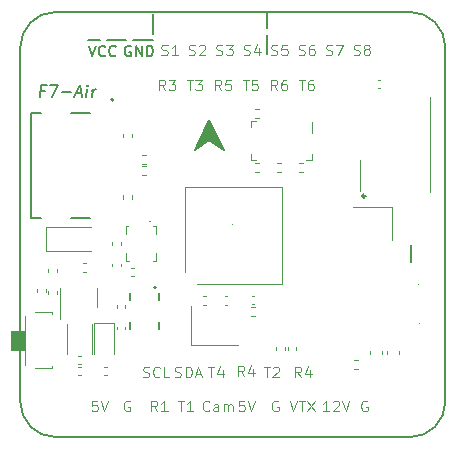
<source format=gbr>
%TF.GenerationSoftware,KiCad,Pcbnew,7.0.9*%
%TF.CreationDate,2023-12-01T13:28:00+08:00*%
%TF.ProjectId,NewSkyF7-Air,4e657753-6b79-4463-972d-4169722e6b69,rev?*%
%TF.SameCoordinates,Original*%
%TF.FileFunction,Legend,Top*%
%TF.FilePolarity,Positive*%
%FSLAX46Y46*%
G04 Gerber Fmt 4.6, Leading zero omitted, Abs format (unit mm)*
G04 Created by KiCad (PCBNEW 7.0.9) date 2023-12-01 13:28:00*
%MOMM*%
%LPD*%
G01*
G04 APERTURE LIST*
%ADD10C,0.150000*%
%ADD11C,0.200000*%
%ADD12C,0.112500*%
%ADD13C,0.180000*%
%ADD14C,0.100000*%
%ADD15C,0.120000*%
%ADD16C,0.127000*%
%ADD17C,0.250000*%
%ADD18C,0.010050*%
G04 APERTURE END LIST*
D10*
X112020000Y-65520000D02*
X110370000Y-65520000D01*
X109770000Y-65520000D02*
X108120000Y-65520000D01*
X107520000Y-65520000D02*
X106500000Y-65520000D01*
X121688571Y-66690000D02*
X121688571Y-65040000D01*
X121688571Y-64440000D02*
X121688571Y-63170000D01*
X112080000Y-63290000D02*
X112080000Y-64940000D01*
D11*
X116820000Y-73990000D02*
X115620000Y-74790000D01*
X116820000Y-72290000D01*
X116820000Y-73990000D01*
G36*
X116820000Y-73990000D02*
G01*
X115620000Y-74790000D01*
X116820000Y-72290000D01*
X116820000Y-73990000D01*
G37*
X118020000Y-74790000D02*
X116820000Y-73990000D01*
X116820000Y-72290000D01*
X118020000Y-74790000D01*
G36*
X118020000Y-74790000D02*
G01*
X116820000Y-73990000D01*
X116820000Y-72290000D01*
X118020000Y-74790000D01*
G37*
D12*
X121429727Y-93154007D02*
X121944013Y-93154007D01*
X121686870Y-94054007D02*
X121686870Y-93154007D01*
X122201155Y-93239721D02*
X122244012Y-93196864D01*
X122244012Y-93196864D02*
X122329727Y-93154007D01*
X122329727Y-93154007D02*
X122544012Y-93154007D01*
X122544012Y-93154007D02*
X122629727Y-93196864D01*
X122629727Y-93196864D02*
X122672584Y-93239721D01*
X122672584Y-93239721D02*
X122715441Y-93325435D01*
X122715441Y-93325435D02*
X122715441Y-93411150D01*
X122715441Y-93411150D02*
X122672584Y-93539721D01*
X122672584Y-93539721D02*
X122158298Y-94054007D01*
X122158298Y-94054007D02*
X122715441Y-94054007D01*
X116729727Y-93154007D02*
X117244013Y-93154007D01*
X116986870Y-94054007D02*
X116986870Y-93154007D01*
X117929727Y-93454007D02*
X117929727Y-94054007D01*
X117715441Y-93111150D02*
X117501155Y-93754007D01*
X117501155Y-93754007D02*
X118058298Y-93754007D01*
D13*
X110144135Y-66013354D02*
X110058421Y-65970497D01*
X110058421Y-65970497D02*
X109929849Y-65970497D01*
X109929849Y-65970497D02*
X109801278Y-66013354D01*
X109801278Y-66013354D02*
X109715563Y-66099068D01*
X109715563Y-66099068D02*
X109672706Y-66184782D01*
X109672706Y-66184782D02*
X109629849Y-66356211D01*
X109629849Y-66356211D02*
X109629849Y-66484782D01*
X109629849Y-66484782D02*
X109672706Y-66656211D01*
X109672706Y-66656211D02*
X109715563Y-66741925D01*
X109715563Y-66741925D02*
X109801278Y-66827640D01*
X109801278Y-66827640D02*
X109929849Y-66870497D01*
X109929849Y-66870497D02*
X110015563Y-66870497D01*
X110015563Y-66870497D02*
X110144135Y-66827640D01*
X110144135Y-66827640D02*
X110186992Y-66784782D01*
X110186992Y-66784782D02*
X110186992Y-66484782D01*
X110186992Y-66484782D02*
X110015563Y-66484782D01*
X110572706Y-66870497D02*
X110572706Y-65970497D01*
X110572706Y-65970497D02*
X111086992Y-66870497D01*
X111086992Y-66870497D02*
X111086992Y-65970497D01*
X111515563Y-66870497D02*
X111515563Y-65970497D01*
X111515563Y-65970497D02*
X111729849Y-65970497D01*
X111729849Y-65970497D02*
X111858420Y-66013354D01*
X111858420Y-66013354D02*
X111944135Y-66099068D01*
X111944135Y-66099068D02*
X111986992Y-66184782D01*
X111986992Y-66184782D02*
X112029849Y-66356211D01*
X112029849Y-66356211D02*
X112029849Y-66484782D01*
X112029849Y-66484782D02*
X111986992Y-66656211D01*
X111986992Y-66656211D02*
X111944135Y-66741925D01*
X111944135Y-66741925D02*
X111858420Y-66827640D01*
X111858420Y-66827640D02*
X111729849Y-66870497D01*
X111729849Y-66870497D02*
X111515563Y-66870497D01*
D12*
X117407890Y-66751150D02*
X117536462Y-66794007D01*
X117536462Y-66794007D02*
X117750747Y-66794007D01*
X117750747Y-66794007D02*
X117836462Y-66751150D01*
X117836462Y-66751150D02*
X117879319Y-66708292D01*
X117879319Y-66708292D02*
X117922176Y-66622578D01*
X117922176Y-66622578D02*
X117922176Y-66536864D01*
X117922176Y-66536864D02*
X117879319Y-66451150D01*
X117879319Y-66451150D02*
X117836462Y-66408292D01*
X117836462Y-66408292D02*
X117750747Y-66365435D01*
X117750747Y-66365435D02*
X117579319Y-66322578D01*
X117579319Y-66322578D02*
X117493604Y-66279721D01*
X117493604Y-66279721D02*
X117450747Y-66236864D01*
X117450747Y-66236864D02*
X117407890Y-66151150D01*
X117407890Y-66151150D02*
X117407890Y-66065435D01*
X117407890Y-66065435D02*
X117450747Y-65979721D01*
X117450747Y-65979721D02*
X117493604Y-65936864D01*
X117493604Y-65936864D02*
X117579319Y-65894007D01*
X117579319Y-65894007D02*
X117793604Y-65894007D01*
X117793604Y-65894007D02*
X117922176Y-65936864D01*
X118222176Y-65894007D02*
X118779319Y-65894007D01*
X118779319Y-65894007D02*
X118479319Y-66236864D01*
X118479319Y-66236864D02*
X118607890Y-66236864D01*
X118607890Y-66236864D02*
X118693605Y-66279721D01*
X118693605Y-66279721D02*
X118736462Y-66322578D01*
X118736462Y-66322578D02*
X118779319Y-66408292D01*
X118779319Y-66408292D02*
X118779319Y-66622578D01*
X118779319Y-66622578D02*
X118736462Y-66708292D01*
X118736462Y-66708292D02*
X118693605Y-66751150D01*
X118693605Y-66751150D02*
X118607890Y-66794007D01*
X118607890Y-66794007D02*
X118350747Y-66794007D01*
X118350747Y-66794007D02*
X118265033Y-66751150D01*
X118265033Y-66751150D02*
X118222176Y-66708292D01*
D10*
X102869636Y-69776009D02*
X102536303Y-69776009D01*
X102470826Y-70299819D02*
X102595826Y-69299819D01*
X102595826Y-69299819D02*
X103072017Y-69299819D01*
X103357731Y-69299819D02*
X104024398Y-69299819D01*
X104024398Y-69299819D02*
X103470827Y-70299819D01*
X104327969Y-69918866D02*
X105089874Y-69918866D01*
X105506541Y-70014104D02*
X105982731Y-70014104D01*
X105375588Y-70299819D02*
X105833922Y-69299819D01*
X105833922Y-69299819D02*
X106042255Y-70299819D01*
X106375588Y-70299819D02*
X106458922Y-69633152D01*
X106500588Y-69299819D02*
X106447017Y-69347438D01*
X106447017Y-69347438D02*
X106488684Y-69395057D01*
X106488684Y-69395057D02*
X106542255Y-69347438D01*
X106542255Y-69347438D02*
X106500588Y-69299819D01*
X106500588Y-69299819D02*
X106488684Y-69395057D01*
X106851778Y-70299819D02*
X106935112Y-69633152D01*
X106911302Y-69823628D02*
X106970826Y-69728390D01*
X106970826Y-69728390D02*
X107024397Y-69680771D01*
X107024397Y-69680771D02*
X107125588Y-69633152D01*
X107125588Y-69633152D02*
X107220826Y-69633152D01*
D12*
X130169727Y-96066864D02*
X130084013Y-96024007D01*
X130084013Y-96024007D02*
X129955441Y-96024007D01*
X129955441Y-96024007D02*
X129826870Y-96066864D01*
X129826870Y-96066864D02*
X129741155Y-96152578D01*
X129741155Y-96152578D02*
X129698298Y-96238292D01*
X129698298Y-96238292D02*
X129655441Y-96409721D01*
X129655441Y-96409721D02*
X129655441Y-96538292D01*
X129655441Y-96538292D02*
X129698298Y-96709721D01*
X129698298Y-96709721D02*
X129741155Y-96795435D01*
X129741155Y-96795435D02*
X129826870Y-96881150D01*
X129826870Y-96881150D02*
X129955441Y-96924007D01*
X129955441Y-96924007D02*
X130041155Y-96924007D01*
X130041155Y-96924007D02*
X130169727Y-96881150D01*
X130169727Y-96881150D02*
X130212584Y-96838292D01*
X130212584Y-96838292D02*
X130212584Y-96538292D01*
X130212584Y-96538292D02*
X130041155Y-96538292D01*
X107320272Y-96024007D02*
X106891700Y-96024007D01*
X106891700Y-96024007D02*
X106848843Y-96452578D01*
X106848843Y-96452578D02*
X106891700Y-96409721D01*
X106891700Y-96409721D02*
X106977415Y-96366864D01*
X106977415Y-96366864D02*
X107191700Y-96366864D01*
X107191700Y-96366864D02*
X107277415Y-96409721D01*
X107277415Y-96409721D02*
X107320272Y-96452578D01*
X107320272Y-96452578D02*
X107363129Y-96538292D01*
X107363129Y-96538292D02*
X107363129Y-96752578D01*
X107363129Y-96752578D02*
X107320272Y-96838292D01*
X107320272Y-96838292D02*
X107277415Y-96881150D01*
X107277415Y-96881150D02*
X107191700Y-96924007D01*
X107191700Y-96924007D02*
X106977415Y-96924007D01*
X106977415Y-96924007D02*
X106891700Y-96881150D01*
X106891700Y-96881150D02*
X106848843Y-96838292D01*
X107620272Y-96024007D02*
X107920272Y-96924007D01*
X107920272Y-96924007D02*
X108220272Y-96024007D01*
X119756870Y-96024007D02*
X119328298Y-96024007D01*
X119328298Y-96024007D02*
X119285441Y-96452578D01*
X119285441Y-96452578D02*
X119328298Y-96409721D01*
X119328298Y-96409721D02*
X119414013Y-96366864D01*
X119414013Y-96366864D02*
X119628298Y-96366864D01*
X119628298Y-96366864D02*
X119714013Y-96409721D01*
X119714013Y-96409721D02*
X119756870Y-96452578D01*
X119756870Y-96452578D02*
X119799727Y-96538292D01*
X119799727Y-96538292D02*
X119799727Y-96752578D01*
X119799727Y-96752578D02*
X119756870Y-96838292D01*
X119756870Y-96838292D02*
X119714013Y-96881150D01*
X119714013Y-96881150D02*
X119628298Y-96924007D01*
X119628298Y-96924007D02*
X119414013Y-96924007D01*
X119414013Y-96924007D02*
X119328298Y-96881150D01*
X119328298Y-96881150D02*
X119285441Y-96838292D01*
X120056870Y-96024007D02*
X120356870Y-96924007D01*
X120356870Y-96924007D02*
X120656870Y-96024007D01*
X124572584Y-94054007D02*
X124272584Y-93625435D01*
X124058298Y-94054007D02*
X124058298Y-93154007D01*
X124058298Y-93154007D02*
X124401155Y-93154007D01*
X124401155Y-93154007D02*
X124486870Y-93196864D01*
X124486870Y-93196864D02*
X124529727Y-93239721D01*
X124529727Y-93239721D02*
X124572584Y-93325435D01*
X124572584Y-93325435D02*
X124572584Y-93454007D01*
X124572584Y-93454007D02*
X124529727Y-93539721D01*
X124529727Y-93539721D02*
X124486870Y-93582578D01*
X124486870Y-93582578D02*
X124401155Y-93625435D01*
X124401155Y-93625435D02*
X124058298Y-93625435D01*
X125344013Y-93454007D02*
X125344013Y-94054007D01*
X125129727Y-93111150D02*
X124915441Y-93754007D01*
X124915441Y-93754007D02*
X125472584Y-93754007D01*
X112756870Y-66751150D02*
X112885442Y-66794007D01*
X112885442Y-66794007D02*
X113099727Y-66794007D01*
X113099727Y-66794007D02*
X113185442Y-66751150D01*
X113185442Y-66751150D02*
X113228299Y-66708292D01*
X113228299Y-66708292D02*
X113271156Y-66622578D01*
X113271156Y-66622578D02*
X113271156Y-66536864D01*
X113271156Y-66536864D02*
X113228299Y-66451150D01*
X113228299Y-66451150D02*
X113185442Y-66408292D01*
X113185442Y-66408292D02*
X113099727Y-66365435D01*
X113099727Y-66365435D02*
X112928299Y-66322578D01*
X112928299Y-66322578D02*
X112842584Y-66279721D01*
X112842584Y-66279721D02*
X112799727Y-66236864D01*
X112799727Y-66236864D02*
X112756870Y-66151150D01*
X112756870Y-66151150D02*
X112756870Y-66065435D01*
X112756870Y-66065435D02*
X112799727Y-65979721D01*
X112799727Y-65979721D02*
X112842584Y-65936864D01*
X112842584Y-65936864D02*
X112928299Y-65894007D01*
X112928299Y-65894007D02*
X113142584Y-65894007D01*
X113142584Y-65894007D02*
X113271156Y-65936864D01*
X114128299Y-66794007D02*
X113614013Y-66794007D01*
X113871156Y-66794007D02*
X113871156Y-65894007D01*
X113871156Y-65894007D02*
X113785442Y-66022578D01*
X113785442Y-66022578D02*
X113699727Y-66108292D01*
X113699727Y-66108292D02*
X113614013Y-66151150D01*
X126709930Y-66751150D02*
X126838502Y-66794007D01*
X126838502Y-66794007D02*
X127052787Y-66794007D01*
X127052787Y-66794007D02*
X127138502Y-66751150D01*
X127138502Y-66751150D02*
X127181359Y-66708292D01*
X127181359Y-66708292D02*
X127224216Y-66622578D01*
X127224216Y-66622578D02*
X127224216Y-66536864D01*
X127224216Y-66536864D02*
X127181359Y-66451150D01*
X127181359Y-66451150D02*
X127138502Y-66408292D01*
X127138502Y-66408292D02*
X127052787Y-66365435D01*
X127052787Y-66365435D02*
X126881359Y-66322578D01*
X126881359Y-66322578D02*
X126795644Y-66279721D01*
X126795644Y-66279721D02*
X126752787Y-66236864D01*
X126752787Y-66236864D02*
X126709930Y-66151150D01*
X126709930Y-66151150D02*
X126709930Y-66065435D01*
X126709930Y-66065435D02*
X126752787Y-65979721D01*
X126752787Y-65979721D02*
X126795644Y-65936864D01*
X126795644Y-65936864D02*
X126881359Y-65894007D01*
X126881359Y-65894007D02*
X127095644Y-65894007D01*
X127095644Y-65894007D02*
X127224216Y-65936864D01*
X127524216Y-65894007D02*
X128124216Y-65894007D01*
X128124216Y-65894007D02*
X127738502Y-66794007D01*
X124384420Y-66751150D02*
X124512992Y-66794007D01*
X124512992Y-66794007D02*
X124727277Y-66794007D01*
X124727277Y-66794007D02*
X124812992Y-66751150D01*
X124812992Y-66751150D02*
X124855849Y-66708292D01*
X124855849Y-66708292D02*
X124898706Y-66622578D01*
X124898706Y-66622578D02*
X124898706Y-66536864D01*
X124898706Y-66536864D02*
X124855849Y-66451150D01*
X124855849Y-66451150D02*
X124812992Y-66408292D01*
X124812992Y-66408292D02*
X124727277Y-66365435D01*
X124727277Y-66365435D02*
X124555849Y-66322578D01*
X124555849Y-66322578D02*
X124470134Y-66279721D01*
X124470134Y-66279721D02*
X124427277Y-66236864D01*
X124427277Y-66236864D02*
X124384420Y-66151150D01*
X124384420Y-66151150D02*
X124384420Y-66065435D01*
X124384420Y-66065435D02*
X124427277Y-65979721D01*
X124427277Y-65979721D02*
X124470134Y-65936864D01*
X124470134Y-65936864D02*
X124555849Y-65894007D01*
X124555849Y-65894007D02*
X124770134Y-65894007D01*
X124770134Y-65894007D02*
X124898706Y-65936864D01*
X125670135Y-65894007D02*
X125498706Y-65894007D01*
X125498706Y-65894007D02*
X125412992Y-65936864D01*
X125412992Y-65936864D02*
X125370135Y-65979721D01*
X125370135Y-65979721D02*
X125284420Y-66108292D01*
X125284420Y-66108292D02*
X125241563Y-66279721D01*
X125241563Y-66279721D02*
X125241563Y-66622578D01*
X125241563Y-66622578D02*
X125284420Y-66708292D01*
X125284420Y-66708292D02*
X125327277Y-66751150D01*
X125327277Y-66751150D02*
X125412992Y-66794007D01*
X125412992Y-66794007D02*
X125584420Y-66794007D01*
X125584420Y-66794007D02*
X125670135Y-66751150D01*
X125670135Y-66751150D02*
X125712992Y-66708292D01*
X125712992Y-66708292D02*
X125755849Y-66622578D01*
X125755849Y-66622578D02*
X125755849Y-66408292D01*
X125755849Y-66408292D02*
X125712992Y-66322578D01*
X125712992Y-66322578D02*
X125670135Y-66279721D01*
X125670135Y-66279721D02*
X125584420Y-66236864D01*
X125584420Y-66236864D02*
X125412992Y-66236864D01*
X125412992Y-66236864D02*
X125327277Y-66279721D01*
X125327277Y-66279721D02*
X125284420Y-66322578D01*
X125284420Y-66322578D02*
X125241563Y-66408292D01*
X113895441Y-94001150D02*
X114024013Y-94044007D01*
X114024013Y-94044007D02*
X114238298Y-94044007D01*
X114238298Y-94044007D02*
X114324013Y-94001150D01*
X114324013Y-94001150D02*
X114366870Y-93958292D01*
X114366870Y-93958292D02*
X114409727Y-93872578D01*
X114409727Y-93872578D02*
X114409727Y-93786864D01*
X114409727Y-93786864D02*
X114366870Y-93701150D01*
X114366870Y-93701150D02*
X114324013Y-93658292D01*
X114324013Y-93658292D02*
X114238298Y-93615435D01*
X114238298Y-93615435D02*
X114066870Y-93572578D01*
X114066870Y-93572578D02*
X113981155Y-93529721D01*
X113981155Y-93529721D02*
X113938298Y-93486864D01*
X113938298Y-93486864D02*
X113895441Y-93401150D01*
X113895441Y-93401150D02*
X113895441Y-93315435D01*
X113895441Y-93315435D02*
X113938298Y-93229721D01*
X113938298Y-93229721D02*
X113981155Y-93186864D01*
X113981155Y-93186864D02*
X114066870Y-93144007D01*
X114066870Y-93144007D02*
X114281155Y-93144007D01*
X114281155Y-93144007D02*
X114409727Y-93186864D01*
X114795441Y-94044007D02*
X114795441Y-93144007D01*
X114795441Y-93144007D02*
X115009727Y-93144007D01*
X115009727Y-93144007D02*
X115138298Y-93186864D01*
X115138298Y-93186864D02*
X115224013Y-93272578D01*
X115224013Y-93272578D02*
X115266870Y-93358292D01*
X115266870Y-93358292D02*
X115309727Y-93529721D01*
X115309727Y-93529721D02*
X115309727Y-93658292D01*
X115309727Y-93658292D02*
X115266870Y-93829721D01*
X115266870Y-93829721D02*
X115224013Y-93915435D01*
X115224013Y-93915435D02*
X115138298Y-94001150D01*
X115138298Y-94001150D02*
X115009727Y-94044007D01*
X115009727Y-94044007D02*
X114795441Y-94044007D01*
X115652584Y-93786864D02*
X116081156Y-93786864D01*
X115566870Y-94044007D02*
X115866870Y-93144007D01*
X115866870Y-93144007D02*
X116166870Y-94044007D01*
X114159727Y-96024007D02*
X114674013Y-96024007D01*
X114416870Y-96924007D02*
X114416870Y-96024007D01*
X115445441Y-96924007D02*
X114931155Y-96924007D01*
X115188298Y-96924007D02*
X115188298Y-96024007D01*
X115188298Y-96024007D02*
X115102584Y-96152578D01*
X115102584Y-96152578D02*
X115016869Y-96238292D01*
X115016869Y-96238292D02*
X114931155Y-96281150D01*
X122058910Y-66751150D02*
X122187482Y-66794007D01*
X122187482Y-66794007D02*
X122401767Y-66794007D01*
X122401767Y-66794007D02*
X122487482Y-66751150D01*
X122487482Y-66751150D02*
X122530339Y-66708292D01*
X122530339Y-66708292D02*
X122573196Y-66622578D01*
X122573196Y-66622578D02*
X122573196Y-66536864D01*
X122573196Y-66536864D02*
X122530339Y-66451150D01*
X122530339Y-66451150D02*
X122487482Y-66408292D01*
X122487482Y-66408292D02*
X122401767Y-66365435D01*
X122401767Y-66365435D02*
X122230339Y-66322578D01*
X122230339Y-66322578D02*
X122144624Y-66279721D01*
X122144624Y-66279721D02*
X122101767Y-66236864D01*
X122101767Y-66236864D02*
X122058910Y-66151150D01*
X122058910Y-66151150D02*
X122058910Y-66065435D01*
X122058910Y-66065435D02*
X122101767Y-65979721D01*
X122101767Y-65979721D02*
X122144624Y-65936864D01*
X122144624Y-65936864D02*
X122230339Y-65894007D01*
X122230339Y-65894007D02*
X122444624Y-65894007D01*
X122444624Y-65894007D02*
X122573196Y-65936864D01*
X123387482Y-65894007D02*
X122958910Y-65894007D01*
X122958910Y-65894007D02*
X122916053Y-66322578D01*
X122916053Y-66322578D02*
X122958910Y-66279721D01*
X122958910Y-66279721D02*
X123044625Y-66236864D01*
X123044625Y-66236864D02*
X123258910Y-66236864D01*
X123258910Y-66236864D02*
X123344625Y-66279721D01*
X123344625Y-66279721D02*
X123387482Y-66322578D01*
X123387482Y-66322578D02*
X123430339Y-66408292D01*
X123430339Y-66408292D02*
X123430339Y-66622578D01*
X123430339Y-66622578D02*
X123387482Y-66708292D01*
X123387482Y-66708292D02*
X123344625Y-66751150D01*
X123344625Y-66751150D02*
X123258910Y-66794007D01*
X123258910Y-66794007D02*
X123044625Y-66794007D01*
X123044625Y-66794007D02*
X122958910Y-66751150D01*
X122958910Y-66751150D02*
X122916053Y-66708292D01*
D13*
X106584135Y-65970497D02*
X106884135Y-66870497D01*
X106884135Y-66870497D02*
X107184135Y-65970497D01*
X107998421Y-66784782D02*
X107955564Y-66827640D01*
X107955564Y-66827640D02*
X107826992Y-66870497D01*
X107826992Y-66870497D02*
X107741278Y-66870497D01*
X107741278Y-66870497D02*
X107612707Y-66827640D01*
X107612707Y-66827640D02*
X107526992Y-66741925D01*
X107526992Y-66741925D02*
X107484135Y-66656211D01*
X107484135Y-66656211D02*
X107441278Y-66484782D01*
X107441278Y-66484782D02*
X107441278Y-66356211D01*
X107441278Y-66356211D02*
X107484135Y-66184782D01*
X107484135Y-66184782D02*
X107526992Y-66099068D01*
X107526992Y-66099068D02*
X107612707Y-66013354D01*
X107612707Y-66013354D02*
X107741278Y-65970497D01*
X107741278Y-65970497D02*
X107826992Y-65970497D01*
X107826992Y-65970497D02*
X107955564Y-66013354D01*
X107955564Y-66013354D02*
X107998421Y-66056211D01*
X108898421Y-66784782D02*
X108855564Y-66827640D01*
X108855564Y-66827640D02*
X108726992Y-66870497D01*
X108726992Y-66870497D02*
X108641278Y-66870497D01*
X108641278Y-66870497D02*
X108512707Y-66827640D01*
X108512707Y-66827640D02*
X108426992Y-66741925D01*
X108426992Y-66741925D02*
X108384135Y-66656211D01*
X108384135Y-66656211D02*
X108341278Y-66484782D01*
X108341278Y-66484782D02*
X108341278Y-66356211D01*
X108341278Y-66356211D02*
X108384135Y-66184782D01*
X108384135Y-66184782D02*
X108426992Y-66099068D01*
X108426992Y-66099068D02*
X108512707Y-66013354D01*
X108512707Y-66013354D02*
X108641278Y-65970497D01*
X108641278Y-65970497D02*
X108726992Y-65970497D01*
X108726992Y-65970497D02*
X108855564Y-66013354D01*
X108855564Y-66013354D02*
X108898421Y-66056211D01*
D12*
X129035441Y-66751150D02*
X129164013Y-66794007D01*
X129164013Y-66794007D02*
X129378298Y-66794007D01*
X129378298Y-66794007D02*
X129464013Y-66751150D01*
X129464013Y-66751150D02*
X129506870Y-66708292D01*
X129506870Y-66708292D02*
X129549727Y-66622578D01*
X129549727Y-66622578D02*
X129549727Y-66536864D01*
X129549727Y-66536864D02*
X129506870Y-66451150D01*
X129506870Y-66451150D02*
X129464013Y-66408292D01*
X129464013Y-66408292D02*
X129378298Y-66365435D01*
X129378298Y-66365435D02*
X129206870Y-66322578D01*
X129206870Y-66322578D02*
X129121155Y-66279721D01*
X129121155Y-66279721D02*
X129078298Y-66236864D01*
X129078298Y-66236864D02*
X129035441Y-66151150D01*
X129035441Y-66151150D02*
X129035441Y-66065435D01*
X129035441Y-66065435D02*
X129078298Y-65979721D01*
X129078298Y-65979721D02*
X129121155Y-65936864D01*
X129121155Y-65936864D02*
X129206870Y-65894007D01*
X129206870Y-65894007D02*
X129421155Y-65894007D01*
X129421155Y-65894007D02*
X129549727Y-65936864D01*
X130064013Y-66279721D02*
X129978298Y-66236864D01*
X129978298Y-66236864D02*
X129935441Y-66194007D01*
X129935441Y-66194007D02*
X129892584Y-66108292D01*
X129892584Y-66108292D02*
X129892584Y-66065435D01*
X129892584Y-66065435D02*
X129935441Y-65979721D01*
X129935441Y-65979721D02*
X129978298Y-65936864D01*
X129978298Y-65936864D02*
X130064013Y-65894007D01*
X130064013Y-65894007D02*
X130235441Y-65894007D01*
X130235441Y-65894007D02*
X130321156Y-65936864D01*
X130321156Y-65936864D02*
X130364013Y-65979721D01*
X130364013Y-65979721D02*
X130406870Y-66065435D01*
X130406870Y-66065435D02*
X130406870Y-66108292D01*
X130406870Y-66108292D02*
X130364013Y-66194007D01*
X130364013Y-66194007D02*
X130321156Y-66236864D01*
X130321156Y-66236864D02*
X130235441Y-66279721D01*
X130235441Y-66279721D02*
X130064013Y-66279721D01*
X130064013Y-66279721D02*
X129978298Y-66322578D01*
X129978298Y-66322578D02*
X129935441Y-66365435D01*
X129935441Y-66365435D02*
X129892584Y-66451150D01*
X129892584Y-66451150D02*
X129892584Y-66622578D01*
X129892584Y-66622578D02*
X129935441Y-66708292D01*
X129935441Y-66708292D02*
X129978298Y-66751150D01*
X129978298Y-66751150D02*
X130064013Y-66794007D01*
X130064013Y-66794007D02*
X130235441Y-66794007D01*
X130235441Y-66794007D02*
X130321156Y-66751150D01*
X130321156Y-66751150D02*
X130364013Y-66708292D01*
X130364013Y-66708292D02*
X130406870Y-66622578D01*
X130406870Y-66622578D02*
X130406870Y-66451150D01*
X130406870Y-66451150D02*
X130364013Y-66365435D01*
X130364013Y-66365435D02*
X130321156Y-66322578D01*
X130321156Y-66322578D02*
X130235441Y-66279721D01*
X124379727Y-68844007D02*
X124894013Y-68844007D01*
X124636870Y-69744007D02*
X124636870Y-68844007D01*
X125579727Y-68844007D02*
X125408298Y-68844007D01*
X125408298Y-68844007D02*
X125322584Y-68886864D01*
X125322584Y-68886864D02*
X125279727Y-68929721D01*
X125279727Y-68929721D02*
X125194012Y-69058292D01*
X125194012Y-69058292D02*
X125151155Y-69229721D01*
X125151155Y-69229721D02*
X125151155Y-69572578D01*
X125151155Y-69572578D02*
X125194012Y-69658292D01*
X125194012Y-69658292D02*
X125236869Y-69701150D01*
X125236869Y-69701150D02*
X125322584Y-69744007D01*
X125322584Y-69744007D02*
X125494012Y-69744007D01*
X125494012Y-69744007D02*
X125579727Y-69701150D01*
X125579727Y-69701150D02*
X125622584Y-69658292D01*
X125622584Y-69658292D02*
X125665441Y-69572578D01*
X125665441Y-69572578D02*
X125665441Y-69358292D01*
X125665441Y-69358292D02*
X125622584Y-69272578D01*
X125622584Y-69272578D02*
X125579727Y-69229721D01*
X125579727Y-69229721D02*
X125494012Y-69186864D01*
X125494012Y-69186864D02*
X125322584Y-69186864D01*
X125322584Y-69186864D02*
X125236869Y-69229721D01*
X125236869Y-69229721D02*
X125194012Y-69272578D01*
X125194012Y-69272578D02*
X125151155Y-69358292D01*
X122629727Y-96066864D02*
X122544013Y-96024007D01*
X122544013Y-96024007D02*
X122415441Y-96024007D01*
X122415441Y-96024007D02*
X122286870Y-96066864D01*
X122286870Y-96066864D02*
X122201155Y-96152578D01*
X122201155Y-96152578D02*
X122158298Y-96238292D01*
X122158298Y-96238292D02*
X122115441Y-96409721D01*
X122115441Y-96409721D02*
X122115441Y-96538292D01*
X122115441Y-96538292D02*
X122158298Y-96709721D01*
X122158298Y-96709721D02*
X122201155Y-96795435D01*
X122201155Y-96795435D02*
X122286870Y-96881150D01*
X122286870Y-96881150D02*
X122415441Y-96924007D01*
X122415441Y-96924007D02*
X122501155Y-96924007D01*
X122501155Y-96924007D02*
X122629727Y-96881150D01*
X122629727Y-96881150D02*
X122672584Y-96838292D01*
X122672584Y-96838292D02*
X122672584Y-96538292D01*
X122672584Y-96538292D02*
X122501155Y-96538292D01*
X119733400Y-66751150D02*
X119861972Y-66794007D01*
X119861972Y-66794007D02*
X120076257Y-66794007D01*
X120076257Y-66794007D02*
X120161972Y-66751150D01*
X120161972Y-66751150D02*
X120204829Y-66708292D01*
X120204829Y-66708292D02*
X120247686Y-66622578D01*
X120247686Y-66622578D02*
X120247686Y-66536864D01*
X120247686Y-66536864D02*
X120204829Y-66451150D01*
X120204829Y-66451150D02*
X120161972Y-66408292D01*
X120161972Y-66408292D02*
X120076257Y-66365435D01*
X120076257Y-66365435D02*
X119904829Y-66322578D01*
X119904829Y-66322578D02*
X119819114Y-66279721D01*
X119819114Y-66279721D02*
X119776257Y-66236864D01*
X119776257Y-66236864D02*
X119733400Y-66151150D01*
X119733400Y-66151150D02*
X119733400Y-66065435D01*
X119733400Y-66065435D02*
X119776257Y-65979721D01*
X119776257Y-65979721D02*
X119819114Y-65936864D01*
X119819114Y-65936864D02*
X119904829Y-65894007D01*
X119904829Y-65894007D02*
X120119114Y-65894007D01*
X120119114Y-65894007D02*
X120247686Y-65936864D01*
X121019115Y-66194007D02*
X121019115Y-66794007D01*
X120804829Y-65851150D02*
X120590543Y-66494007D01*
X120590543Y-66494007D02*
X121147686Y-66494007D01*
X111195441Y-94001150D02*
X111324013Y-94044007D01*
X111324013Y-94044007D02*
X111538298Y-94044007D01*
X111538298Y-94044007D02*
X111624013Y-94001150D01*
X111624013Y-94001150D02*
X111666870Y-93958292D01*
X111666870Y-93958292D02*
X111709727Y-93872578D01*
X111709727Y-93872578D02*
X111709727Y-93786864D01*
X111709727Y-93786864D02*
X111666870Y-93701150D01*
X111666870Y-93701150D02*
X111624013Y-93658292D01*
X111624013Y-93658292D02*
X111538298Y-93615435D01*
X111538298Y-93615435D02*
X111366870Y-93572578D01*
X111366870Y-93572578D02*
X111281155Y-93529721D01*
X111281155Y-93529721D02*
X111238298Y-93486864D01*
X111238298Y-93486864D02*
X111195441Y-93401150D01*
X111195441Y-93401150D02*
X111195441Y-93315435D01*
X111195441Y-93315435D02*
X111238298Y-93229721D01*
X111238298Y-93229721D02*
X111281155Y-93186864D01*
X111281155Y-93186864D02*
X111366870Y-93144007D01*
X111366870Y-93144007D02*
X111581155Y-93144007D01*
X111581155Y-93144007D02*
X111709727Y-93186864D01*
X112609727Y-93958292D02*
X112566870Y-94001150D01*
X112566870Y-94001150D02*
X112438298Y-94044007D01*
X112438298Y-94044007D02*
X112352584Y-94044007D01*
X112352584Y-94044007D02*
X112224013Y-94001150D01*
X112224013Y-94001150D02*
X112138298Y-93915435D01*
X112138298Y-93915435D02*
X112095441Y-93829721D01*
X112095441Y-93829721D02*
X112052584Y-93658292D01*
X112052584Y-93658292D02*
X112052584Y-93529721D01*
X112052584Y-93529721D02*
X112095441Y-93358292D01*
X112095441Y-93358292D02*
X112138298Y-93272578D01*
X112138298Y-93272578D02*
X112224013Y-93186864D01*
X112224013Y-93186864D02*
X112352584Y-93144007D01*
X112352584Y-93144007D02*
X112438298Y-93144007D01*
X112438298Y-93144007D02*
X112566870Y-93186864D01*
X112566870Y-93186864D02*
X112609727Y-93229721D01*
X113424013Y-94044007D02*
X112995441Y-94044007D01*
X112995441Y-94044007D02*
X112995441Y-93144007D01*
X123618298Y-96024007D02*
X123918298Y-96924007D01*
X123918298Y-96924007D02*
X124218298Y-96024007D01*
X124389727Y-96024007D02*
X124904013Y-96024007D01*
X124646870Y-96924007D02*
X124646870Y-96024007D01*
X125118298Y-96024007D02*
X125718298Y-96924007D01*
X125718298Y-96024007D02*
X125118298Y-96924007D01*
X115082380Y-66751150D02*
X115210952Y-66794007D01*
X115210952Y-66794007D02*
X115425237Y-66794007D01*
X115425237Y-66794007D02*
X115510952Y-66751150D01*
X115510952Y-66751150D02*
X115553809Y-66708292D01*
X115553809Y-66708292D02*
X115596666Y-66622578D01*
X115596666Y-66622578D02*
X115596666Y-66536864D01*
X115596666Y-66536864D02*
X115553809Y-66451150D01*
X115553809Y-66451150D02*
X115510952Y-66408292D01*
X115510952Y-66408292D02*
X115425237Y-66365435D01*
X115425237Y-66365435D02*
X115253809Y-66322578D01*
X115253809Y-66322578D02*
X115168094Y-66279721D01*
X115168094Y-66279721D02*
X115125237Y-66236864D01*
X115125237Y-66236864D02*
X115082380Y-66151150D01*
X115082380Y-66151150D02*
X115082380Y-66065435D01*
X115082380Y-66065435D02*
X115125237Y-65979721D01*
X115125237Y-65979721D02*
X115168094Y-65936864D01*
X115168094Y-65936864D02*
X115253809Y-65894007D01*
X115253809Y-65894007D02*
X115468094Y-65894007D01*
X115468094Y-65894007D02*
X115596666Y-65936864D01*
X115939523Y-65979721D02*
X115982380Y-65936864D01*
X115982380Y-65936864D02*
X116068095Y-65894007D01*
X116068095Y-65894007D02*
X116282380Y-65894007D01*
X116282380Y-65894007D02*
X116368095Y-65936864D01*
X116368095Y-65936864D02*
X116410952Y-65979721D01*
X116410952Y-65979721D02*
X116453809Y-66065435D01*
X116453809Y-66065435D02*
X116453809Y-66151150D01*
X116453809Y-66151150D02*
X116410952Y-66279721D01*
X116410952Y-66279721D02*
X115896666Y-66794007D01*
X115896666Y-66794007D02*
X116453809Y-66794007D01*
X126949727Y-96924007D02*
X126435441Y-96924007D01*
X126692584Y-96924007D02*
X126692584Y-96024007D01*
X126692584Y-96024007D02*
X126606870Y-96152578D01*
X126606870Y-96152578D02*
X126521155Y-96238292D01*
X126521155Y-96238292D02*
X126435441Y-96281150D01*
X127292584Y-96109721D02*
X127335441Y-96066864D01*
X127335441Y-96066864D02*
X127421156Y-96024007D01*
X127421156Y-96024007D02*
X127635441Y-96024007D01*
X127635441Y-96024007D02*
X127721156Y-96066864D01*
X127721156Y-96066864D02*
X127764013Y-96109721D01*
X127764013Y-96109721D02*
X127806870Y-96195435D01*
X127806870Y-96195435D02*
X127806870Y-96281150D01*
X127806870Y-96281150D02*
X127764013Y-96409721D01*
X127764013Y-96409721D02*
X127249727Y-96924007D01*
X127249727Y-96924007D02*
X127806870Y-96924007D01*
X128064013Y-96024007D02*
X128364013Y-96924007D01*
X128364013Y-96924007D02*
X128664013Y-96024007D01*
X119642583Y-68844007D02*
X120156869Y-68844007D01*
X119899726Y-69744007D02*
X119899726Y-68844007D01*
X120885440Y-68844007D02*
X120456868Y-68844007D01*
X120456868Y-68844007D02*
X120414011Y-69272578D01*
X120414011Y-69272578D02*
X120456868Y-69229721D01*
X120456868Y-69229721D02*
X120542583Y-69186864D01*
X120542583Y-69186864D02*
X120756868Y-69186864D01*
X120756868Y-69186864D02*
X120842583Y-69229721D01*
X120842583Y-69229721D02*
X120885440Y-69272578D01*
X120885440Y-69272578D02*
X120928297Y-69358292D01*
X120928297Y-69358292D02*
X120928297Y-69572578D01*
X120928297Y-69572578D02*
X120885440Y-69658292D01*
X120885440Y-69658292D02*
X120842583Y-69701150D01*
X120842583Y-69701150D02*
X120756868Y-69744007D01*
X120756868Y-69744007D02*
X120542583Y-69744007D01*
X120542583Y-69744007D02*
X120456868Y-69701150D01*
X120456868Y-69701150D02*
X120414011Y-69658292D01*
X117809726Y-69744007D02*
X117509726Y-69315435D01*
X117295440Y-69744007D02*
X117295440Y-68844007D01*
X117295440Y-68844007D02*
X117638297Y-68844007D01*
X117638297Y-68844007D02*
X117724012Y-68886864D01*
X117724012Y-68886864D02*
X117766869Y-68929721D01*
X117766869Y-68929721D02*
X117809726Y-69015435D01*
X117809726Y-69015435D02*
X117809726Y-69144007D01*
X117809726Y-69144007D02*
X117766869Y-69229721D01*
X117766869Y-69229721D02*
X117724012Y-69272578D01*
X117724012Y-69272578D02*
X117638297Y-69315435D01*
X117638297Y-69315435D02*
X117295440Y-69315435D01*
X118624012Y-68844007D02*
X118195440Y-68844007D01*
X118195440Y-68844007D02*
X118152583Y-69272578D01*
X118152583Y-69272578D02*
X118195440Y-69229721D01*
X118195440Y-69229721D02*
X118281155Y-69186864D01*
X118281155Y-69186864D02*
X118495440Y-69186864D01*
X118495440Y-69186864D02*
X118581155Y-69229721D01*
X118581155Y-69229721D02*
X118624012Y-69272578D01*
X118624012Y-69272578D02*
X118666869Y-69358292D01*
X118666869Y-69358292D02*
X118666869Y-69572578D01*
X118666869Y-69572578D02*
X118624012Y-69658292D01*
X118624012Y-69658292D02*
X118581155Y-69701150D01*
X118581155Y-69701150D02*
X118495440Y-69744007D01*
X118495440Y-69744007D02*
X118281155Y-69744007D01*
X118281155Y-69744007D02*
X118195440Y-69701150D01*
X118195440Y-69701150D02*
X118152583Y-69658292D01*
X122546868Y-69744007D02*
X122246868Y-69315435D01*
X122032582Y-69744007D02*
X122032582Y-68844007D01*
X122032582Y-68844007D02*
X122375439Y-68844007D01*
X122375439Y-68844007D02*
X122461154Y-68886864D01*
X122461154Y-68886864D02*
X122504011Y-68929721D01*
X122504011Y-68929721D02*
X122546868Y-69015435D01*
X122546868Y-69015435D02*
X122546868Y-69144007D01*
X122546868Y-69144007D02*
X122504011Y-69229721D01*
X122504011Y-69229721D02*
X122461154Y-69272578D01*
X122461154Y-69272578D02*
X122375439Y-69315435D01*
X122375439Y-69315435D02*
X122032582Y-69315435D01*
X123318297Y-68844007D02*
X123146868Y-68844007D01*
X123146868Y-68844007D02*
X123061154Y-68886864D01*
X123061154Y-68886864D02*
X123018297Y-68929721D01*
X123018297Y-68929721D02*
X122932582Y-69058292D01*
X122932582Y-69058292D02*
X122889725Y-69229721D01*
X122889725Y-69229721D02*
X122889725Y-69572578D01*
X122889725Y-69572578D02*
X122932582Y-69658292D01*
X122932582Y-69658292D02*
X122975439Y-69701150D01*
X122975439Y-69701150D02*
X123061154Y-69744007D01*
X123061154Y-69744007D02*
X123232582Y-69744007D01*
X123232582Y-69744007D02*
X123318297Y-69701150D01*
X123318297Y-69701150D02*
X123361154Y-69658292D01*
X123361154Y-69658292D02*
X123404011Y-69572578D01*
X123404011Y-69572578D02*
X123404011Y-69358292D01*
X123404011Y-69358292D02*
X123361154Y-69272578D01*
X123361154Y-69272578D02*
X123318297Y-69229721D01*
X123318297Y-69229721D02*
X123232582Y-69186864D01*
X123232582Y-69186864D02*
X123061154Y-69186864D01*
X123061154Y-69186864D02*
X122975439Y-69229721D01*
X122975439Y-69229721D02*
X122932582Y-69272578D01*
X122932582Y-69272578D02*
X122889725Y-69358292D01*
X112412584Y-96924007D02*
X112112584Y-96495435D01*
X111898298Y-96924007D02*
X111898298Y-96024007D01*
X111898298Y-96024007D02*
X112241155Y-96024007D01*
X112241155Y-96024007D02*
X112326870Y-96066864D01*
X112326870Y-96066864D02*
X112369727Y-96109721D01*
X112369727Y-96109721D02*
X112412584Y-96195435D01*
X112412584Y-96195435D02*
X112412584Y-96324007D01*
X112412584Y-96324007D02*
X112369727Y-96409721D01*
X112369727Y-96409721D02*
X112326870Y-96452578D01*
X112326870Y-96452578D02*
X112241155Y-96495435D01*
X112241155Y-96495435D02*
X111898298Y-96495435D01*
X113269727Y-96924007D02*
X112755441Y-96924007D01*
X113012584Y-96924007D02*
X113012584Y-96024007D01*
X113012584Y-96024007D02*
X112926870Y-96152578D01*
X112926870Y-96152578D02*
X112841155Y-96238292D01*
X112841155Y-96238292D02*
X112755441Y-96281150D01*
X110081701Y-96066864D02*
X109995987Y-96024007D01*
X109995987Y-96024007D02*
X109867415Y-96024007D01*
X109867415Y-96024007D02*
X109738844Y-96066864D01*
X109738844Y-96066864D02*
X109653129Y-96152578D01*
X109653129Y-96152578D02*
X109610272Y-96238292D01*
X109610272Y-96238292D02*
X109567415Y-96409721D01*
X109567415Y-96409721D02*
X109567415Y-96538292D01*
X109567415Y-96538292D02*
X109610272Y-96709721D01*
X109610272Y-96709721D02*
X109653129Y-96795435D01*
X109653129Y-96795435D02*
X109738844Y-96881150D01*
X109738844Y-96881150D02*
X109867415Y-96924007D01*
X109867415Y-96924007D02*
X109953129Y-96924007D01*
X109953129Y-96924007D02*
X110081701Y-96881150D01*
X110081701Y-96881150D02*
X110124558Y-96838292D01*
X110124558Y-96838292D02*
X110124558Y-96538292D01*
X110124558Y-96538292D02*
X109953129Y-96538292D01*
X119772584Y-93954007D02*
X119472584Y-93525435D01*
X119258298Y-93954007D02*
X119258298Y-93054007D01*
X119258298Y-93054007D02*
X119601155Y-93054007D01*
X119601155Y-93054007D02*
X119686870Y-93096864D01*
X119686870Y-93096864D02*
X119729727Y-93139721D01*
X119729727Y-93139721D02*
X119772584Y-93225435D01*
X119772584Y-93225435D02*
X119772584Y-93354007D01*
X119772584Y-93354007D02*
X119729727Y-93439721D01*
X119729727Y-93439721D02*
X119686870Y-93482578D01*
X119686870Y-93482578D02*
X119601155Y-93525435D01*
X119601155Y-93525435D02*
X119258298Y-93525435D01*
X120544013Y-93354007D02*
X120544013Y-93954007D01*
X120329727Y-93011150D02*
X120115441Y-93654007D01*
X120115441Y-93654007D02*
X120672584Y-93654007D01*
X113072584Y-69744007D02*
X112772584Y-69315435D01*
X112558298Y-69744007D02*
X112558298Y-68844007D01*
X112558298Y-68844007D02*
X112901155Y-68844007D01*
X112901155Y-68844007D02*
X112986870Y-68886864D01*
X112986870Y-68886864D02*
X113029727Y-68929721D01*
X113029727Y-68929721D02*
X113072584Y-69015435D01*
X113072584Y-69015435D02*
X113072584Y-69144007D01*
X113072584Y-69144007D02*
X113029727Y-69229721D01*
X113029727Y-69229721D02*
X112986870Y-69272578D01*
X112986870Y-69272578D02*
X112901155Y-69315435D01*
X112901155Y-69315435D02*
X112558298Y-69315435D01*
X113372584Y-68844007D02*
X113929727Y-68844007D01*
X113929727Y-68844007D02*
X113629727Y-69186864D01*
X113629727Y-69186864D02*
X113758298Y-69186864D01*
X113758298Y-69186864D02*
X113844013Y-69229721D01*
X113844013Y-69229721D02*
X113886870Y-69272578D01*
X113886870Y-69272578D02*
X113929727Y-69358292D01*
X113929727Y-69358292D02*
X113929727Y-69572578D01*
X113929727Y-69572578D02*
X113886870Y-69658292D01*
X113886870Y-69658292D02*
X113844013Y-69701150D01*
X113844013Y-69701150D02*
X113758298Y-69744007D01*
X113758298Y-69744007D02*
X113501155Y-69744007D01*
X113501155Y-69744007D02*
X113415441Y-69701150D01*
X113415441Y-69701150D02*
X113372584Y-69658292D01*
X114905441Y-68844007D02*
X115419727Y-68844007D01*
X115162584Y-69744007D02*
X115162584Y-68844007D01*
X115634012Y-68844007D02*
X116191155Y-68844007D01*
X116191155Y-68844007D02*
X115891155Y-69186864D01*
X115891155Y-69186864D02*
X116019726Y-69186864D01*
X116019726Y-69186864D02*
X116105441Y-69229721D01*
X116105441Y-69229721D02*
X116148298Y-69272578D01*
X116148298Y-69272578D02*
X116191155Y-69358292D01*
X116191155Y-69358292D02*
X116191155Y-69572578D01*
X116191155Y-69572578D02*
X116148298Y-69658292D01*
X116148298Y-69658292D02*
X116105441Y-69701150D01*
X116105441Y-69701150D02*
X116019726Y-69744007D01*
X116019726Y-69744007D02*
X115762583Y-69744007D01*
X115762583Y-69744007D02*
X115676869Y-69701150D01*
X115676869Y-69701150D02*
X115634012Y-69658292D01*
X116812584Y-96838292D02*
X116769727Y-96881150D01*
X116769727Y-96881150D02*
X116641155Y-96924007D01*
X116641155Y-96924007D02*
X116555441Y-96924007D01*
X116555441Y-96924007D02*
X116426870Y-96881150D01*
X116426870Y-96881150D02*
X116341155Y-96795435D01*
X116341155Y-96795435D02*
X116298298Y-96709721D01*
X116298298Y-96709721D02*
X116255441Y-96538292D01*
X116255441Y-96538292D02*
X116255441Y-96409721D01*
X116255441Y-96409721D02*
X116298298Y-96238292D01*
X116298298Y-96238292D02*
X116341155Y-96152578D01*
X116341155Y-96152578D02*
X116426870Y-96066864D01*
X116426870Y-96066864D02*
X116555441Y-96024007D01*
X116555441Y-96024007D02*
X116641155Y-96024007D01*
X116641155Y-96024007D02*
X116769727Y-96066864D01*
X116769727Y-96066864D02*
X116812584Y-96109721D01*
X117584013Y-96924007D02*
X117584013Y-96452578D01*
X117584013Y-96452578D02*
X117541155Y-96366864D01*
X117541155Y-96366864D02*
X117455441Y-96324007D01*
X117455441Y-96324007D02*
X117284013Y-96324007D01*
X117284013Y-96324007D02*
X117198298Y-96366864D01*
X117584013Y-96881150D02*
X117498298Y-96924007D01*
X117498298Y-96924007D02*
X117284013Y-96924007D01*
X117284013Y-96924007D02*
X117198298Y-96881150D01*
X117198298Y-96881150D02*
X117155441Y-96795435D01*
X117155441Y-96795435D02*
X117155441Y-96709721D01*
X117155441Y-96709721D02*
X117198298Y-96624007D01*
X117198298Y-96624007D02*
X117284013Y-96581150D01*
X117284013Y-96581150D02*
X117498298Y-96581150D01*
X117498298Y-96581150D02*
X117584013Y-96538292D01*
X118012584Y-96924007D02*
X118012584Y-96324007D01*
X118012584Y-96409721D02*
X118055441Y-96366864D01*
X118055441Y-96366864D02*
X118141156Y-96324007D01*
X118141156Y-96324007D02*
X118269727Y-96324007D01*
X118269727Y-96324007D02*
X118355441Y-96366864D01*
X118355441Y-96366864D02*
X118398299Y-96452578D01*
X118398299Y-96452578D02*
X118398299Y-96924007D01*
X118398299Y-96452578D02*
X118441156Y-96366864D01*
X118441156Y-96366864D02*
X118526870Y-96324007D01*
X118526870Y-96324007D02*
X118655441Y-96324007D01*
X118655441Y-96324007D02*
X118741156Y-96366864D01*
X118741156Y-96366864D02*
X118784013Y-96452578D01*
X118784013Y-96452578D02*
X118784013Y-96924007D01*
D14*
%TO.C,D4*%
X134567500Y-89490000D02*
G75*
G03*
X134567500Y-89490000I-50000J0D01*
G01*
D15*
%TO.C,C41*%
X109700000Y-87944664D02*
X109700000Y-88160336D01*
X108980000Y-87944664D02*
X108980000Y-88160336D01*
%TO.C,C34*%
X131850000Y-92070580D02*
X131850000Y-91789420D01*
X132870000Y-92070580D02*
X132870000Y-91789420D01*
%TO.C,R23*%
X110250000Y-78626359D02*
X110250000Y-78933641D01*
X109490000Y-78626359D02*
X109490000Y-78933641D01*
%TO.C,U2*%
X122995000Y-86165000D02*
X115745000Y-86165000D01*
X114745000Y-85165000D02*
X114745000Y-77915000D01*
X114745000Y-77915000D02*
X122995000Y-77915000D01*
X122995000Y-77915000D02*
X122995000Y-86165000D01*
%TO.C,R5*%
X103160000Y-87003641D02*
X103160000Y-86696359D01*
X103920000Y-87003641D02*
X103920000Y-86696359D01*
%TO.C,U1*%
X104160000Y-87320000D02*
X104160000Y-89120000D01*
X104160000Y-87320000D02*
X104160000Y-86520000D01*
X107280000Y-87320000D02*
X107280000Y-88120000D01*
X107280000Y-87320000D02*
X107280000Y-86520000D01*
D14*
%TO.C,IC3*%
X111810000Y-80830000D02*
X111810000Y-80830000D01*
X111710000Y-80830000D02*
X111710000Y-80830000D01*
X112260000Y-81230000D02*
X112260000Y-81930000D01*
X112010000Y-81230000D02*
X112260000Y-81230000D01*
X109910000Y-81230000D02*
X109760000Y-81230000D01*
X109760000Y-81230000D02*
X109760000Y-81930000D01*
X112260000Y-83530000D02*
X112260000Y-84230000D01*
X109760000Y-83530000D02*
X109760000Y-84230000D01*
X112260000Y-84230000D02*
X112010000Y-84230000D01*
X109760000Y-84230000D02*
X110010000Y-84230000D01*
X111710000Y-80830000D02*
G75*
G03*
X111810000Y-80830000I50000J0D01*
G01*
X111810000Y-80830000D02*
G75*
G03*
X111710000Y-80830000I-50000J0D01*
G01*
%TO.C,D5*%
X134567500Y-86150000D02*
G75*
G03*
X134567500Y-86150000I-50000J0D01*
G01*
D15*
%TO.C,C21*%
X116517836Y-87890000D02*
X116302164Y-87890000D01*
X116517836Y-87170000D02*
X116302164Y-87170000D01*
D16*
%TO.C,U4*%
X106680000Y-71658250D02*
X105080000Y-71658250D01*
X101720000Y-71658250D02*
X102580000Y-71658250D01*
X101720000Y-71658250D02*
X101720000Y-80598250D01*
X106680000Y-80598250D02*
X105080000Y-80598250D01*
X101720000Y-80598250D02*
X102580000Y-80598250D01*
D11*
X108680000Y-70558250D02*
G75*
G03*
X108680000Y-70558250I-100000J0D01*
G01*
D15*
%TO.C,R28*%
X122480000Y-91753641D02*
X122480000Y-91446359D01*
X123240000Y-91753641D02*
X123240000Y-91446359D01*
%TO.C,C13*%
X107904165Y-93137500D02*
X108135835Y-93137500D01*
X107904165Y-93857500D02*
X108135835Y-93857500D01*
%TO.C,C44*%
X110212164Y-84790000D02*
X110427836Y-84790000D01*
X110212164Y-85510000D02*
X110427836Y-85510000D01*
%TO.C,R30*%
X124401359Y-75885000D02*
X124708641Y-75885000D01*
X124401359Y-76645000D02*
X124708641Y-76645000D01*
%TO.C,R19*%
X120673641Y-88820000D02*
X120366359Y-88820000D01*
X120673641Y-88060000D02*
X120366359Y-88060000D01*
%TO.C,IC4*%
X129525000Y-78300000D02*
X129525000Y-75630000D01*
X135505000Y-70340000D02*
X135505000Y-78330000D01*
D17*
X130010000Y-78705000D02*
G75*
G03*
X130010000Y-78705000I-125000J0D01*
G01*
D15*
%TO.C,C22*%
X120392164Y-87150000D02*
X120607836Y-87150000D01*
X120392164Y-87870000D02*
X120607836Y-87870000D01*
%TO.C,C43*%
X108580000Y-82837836D02*
X108580000Y-82622164D01*
X109300000Y-82837836D02*
X109300000Y-82622164D01*
%TO.C,R25*%
X111126359Y-75230000D02*
X111433641Y-75230000D01*
X111126359Y-75990000D02*
X111433641Y-75990000D01*
%TO.C,C7*%
X106144165Y-84400000D02*
X106375835Y-84400000D01*
X106144165Y-85120000D02*
X106375835Y-85120000D01*
%TO.C,C19*%
X105935835Y-92942500D02*
X105704165Y-92942500D01*
X105935835Y-92222500D02*
X105704165Y-92222500D01*
%TO.C,D3*%
X108750000Y-89430000D02*
X107050000Y-89430000D01*
X108750000Y-89430000D02*
X108750000Y-92090000D01*
X107050000Y-89430000D02*
X107050000Y-92090000D01*
%TO.C,C16*%
X105935835Y-93877500D02*
X105704165Y-93877500D01*
X105935835Y-93157500D02*
X105704165Y-93157500D01*
%TO.C,C37*%
X124160000Y-91482164D02*
X124160000Y-91697836D01*
X123440000Y-91482164D02*
X123440000Y-91697836D01*
%TO.C,R31*%
X120686359Y-71310000D02*
X120993641Y-71310000D01*
X120686359Y-72070000D02*
X120993641Y-72070000D01*
%TO.C,C20*%
X118122164Y-87170000D02*
X118337836Y-87170000D01*
X118122164Y-87890000D02*
X118337836Y-87890000D01*
%TO.C,Y1*%
X115250000Y-88040000D02*
X115250000Y-91340000D01*
X115250000Y-91340000D02*
X119250000Y-91340000D01*
%TO.C,R29*%
X122541359Y-75885000D02*
X122848641Y-75885000D01*
X122541359Y-76645000D02*
X122848641Y-76645000D01*
%TO.C,C32*%
X131277836Y-69590000D02*
X131062164Y-69590000D01*
X131277836Y-68870000D02*
X131062164Y-68870000D01*
D11*
%TO.C,J35*%
X100800000Y-96110000D02*
X100800000Y-66110000D01*
X103800000Y-63110000D02*
X133800000Y-63110000D01*
X103800000Y-99110000D02*
X133800000Y-99110000D01*
X136800000Y-96110000D02*
X136800000Y-66110000D01*
X103800000Y-63110000D02*
G75*
G03*
X100800000Y-66110000I1J-3000001D01*
G01*
X100800000Y-96110000D02*
G75*
G03*
X103800000Y-99110000I3000001J1D01*
G01*
X136800000Y-66110000D02*
G75*
G03*
X133800000Y-63110000I-3000000J0D01*
G01*
X133800000Y-99110000D02*
G75*
G03*
X136800000Y-96110000I0J3000000D01*
G01*
D18*
X118805025Y-81110000D02*
G75*
G03*
X118805025Y-81110000I-5025J0D01*
G01*
X118805025Y-81110000D02*
G75*
G03*
X118805025Y-81110000I-5025J0D01*
G01*
D15*
%TO.C,R24*%
X111126359Y-76180000D02*
X111433641Y-76180000D01*
X111126359Y-76940000D02*
X111433641Y-76940000D01*
D11*
%TO.C,U5*%
X133860000Y-82805000D02*
X133860000Y-84280000D01*
D15*
%TO.C,R32*%
X120983641Y-76630000D02*
X120676359Y-76630000D01*
X120983641Y-75870000D02*
X120676359Y-75870000D01*
%TO.C,C42*%
X108990000Y-89987836D02*
X108990000Y-89772164D01*
X109710000Y-89987836D02*
X109710000Y-89772164D01*
D14*
%TO.C,D6*%
X134567500Y-87820000D02*
G75*
G03*
X134567500Y-87820000I-50000J0D01*
G01*
D15*
%TO.C,C12*%
X102250000Y-86825835D02*
X102250000Y-86594165D01*
X102970000Y-86825835D02*
X102970000Y-86594165D01*
%TO.C,L1*%
X106880000Y-89562500D02*
X106880000Y-92082500D01*
X104760000Y-89562500D02*
X104760000Y-92082500D01*
%TO.C,U8*%
X120300000Y-72315000D02*
X120800000Y-72315000D01*
X125500000Y-72415000D02*
X125500000Y-73365000D01*
X120300000Y-72815000D02*
X120300000Y-72315000D01*
X125500000Y-75115000D02*
X125500000Y-75615000D01*
X125500000Y-75615000D02*
X125000000Y-75615000D01*
X120800000Y-75615000D02*
X120300000Y-75615000D01*
X120300000Y-75615000D02*
X120300000Y-75115000D01*
%TO.C,C35*%
X130390000Y-92070580D02*
X130390000Y-91789420D01*
X131410000Y-92070580D02*
X131410000Y-91789420D01*
%TO.C,R27*%
X129086359Y-92560000D02*
X129393641Y-92560000D01*
X129086359Y-93320000D02*
X129393641Y-93320000D01*
%TO.C,D7*%
X102940000Y-81360000D02*
X102940000Y-83360000D01*
X102940000Y-81360000D02*
X106800000Y-81360000D01*
X102940000Y-83360000D02*
X106800000Y-83360000D01*
D14*
%TO.C,SW1*%
X102010000Y-93280000D02*
X103450000Y-93280000D01*
X103450000Y-93280000D02*
X103450000Y-93130000D01*
X101240000Y-93000000D02*
X101240000Y-88860000D01*
X100060000Y-91775000D02*
X100060000Y-90085000D01*
X101200000Y-91775000D02*
X100060000Y-91775000D01*
X100060000Y-90085000D02*
X101210000Y-90085000D01*
X102020000Y-88550000D02*
X103460000Y-88550000D01*
X103460000Y-88550000D02*
X103460000Y-88700000D01*
X100060000Y-91775000D02*
X101240000Y-91775000D01*
X101240000Y-91775000D02*
X101240000Y-90085000D01*
X101240000Y-90085000D02*
X100060000Y-90085000D01*
X100060000Y-90085000D02*
X100060000Y-91775000D01*
G36*
X100060000Y-91775000D02*
G01*
X101240000Y-91775000D01*
X101240000Y-90085000D01*
X100060000Y-90085000D01*
X100060000Y-91775000D01*
G37*
D15*
%TO.C,Y2*%
X132280000Y-82440000D02*
X132280000Y-79640000D01*
X132280000Y-79640000D02*
X128980000Y-79640000D01*
%TO.C,R22*%
X109490000Y-73733641D02*
X109490000Y-73426359D01*
X110250000Y-73733641D02*
X110250000Y-73426359D01*
%TO.C,R6*%
X103160000Y-85143641D02*
X103160000Y-84836359D01*
X103920000Y-85143641D02*
X103920000Y-84836359D01*
D16*
%TO.C,U6*%
X112570000Y-86930000D02*
X112515000Y-86930000D01*
X112570000Y-86930000D02*
X112570000Y-87485000D01*
X110125000Y-86930000D02*
X110070000Y-86930000D01*
X110070000Y-86930000D02*
X110070000Y-87485000D01*
X112570000Y-89375000D02*
X112570000Y-89930000D01*
X110070000Y-89375000D02*
X110070000Y-89930000D01*
X112570000Y-89930000D02*
X112515000Y-89930000D01*
X110125000Y-89930000D02*
X110070000Y-89930000D01*
D10*
X112295000Y-86430000D02*
G75*
G03*
X112295000Y-86430000I-75000J0D01*
G01*
D15*
%TO.C,C45*%
X109300000Y-84442164D02*
X109300000Y-84657836D01*
X108580000Y-84442164D02*
X108580000Y-84657836D01*
%TD*%
M02*

</source>
